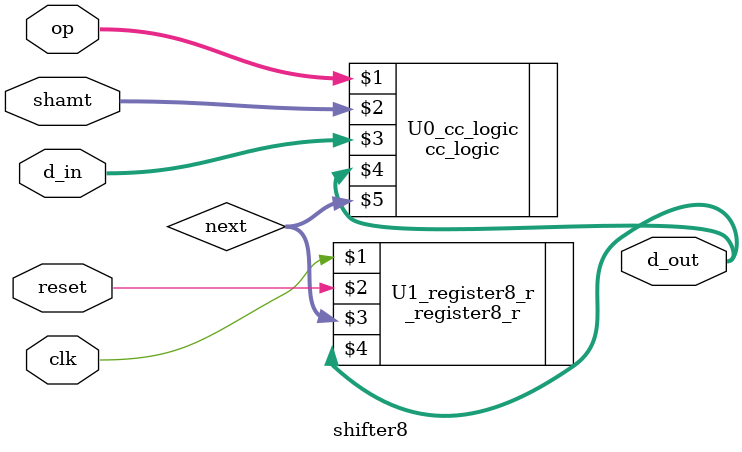
<source format=v>
module shifter8(clk, reset, op, shamt, d_in, d_out); //8bit shifter design
	input clk, reset;
	input	[2:0]	op; //opcode
	input	[1:0]	shamt;//shift amount
	input	[7:0]	d_in;//input
	output [7:0] d_out; //output
	
	wire [7:0] next;
	
	cc_logic	U0_cc_logic(op,shamt,d_in,d_out,next); //cc_logic
	_register8_r U1_register8_r(clk,reset,next,d_out);//8bit register
	
endmodule 
</source>
